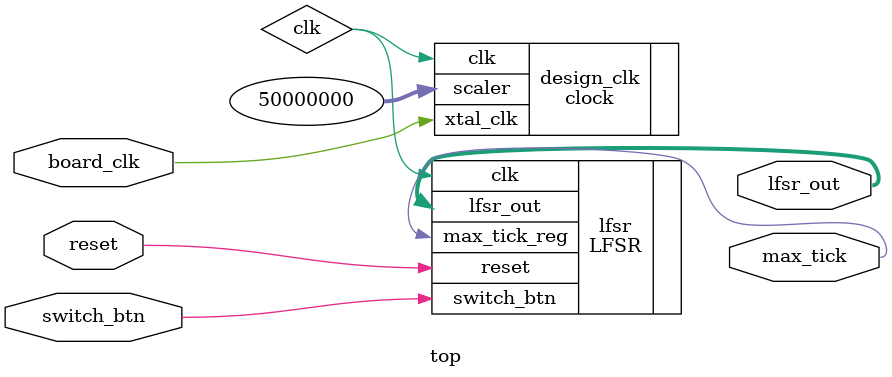
<source format=v>
`timescale 1ns / 1ps
module top(input board_clk, reset, switch_btn, output max_tick, output [9:0] lfsr_out);
    wire clk;
    //Instantiate the Clock
    clock design_clk(.xtal_clk(board_clk), .scaler(50000000), .clk(clk));
    //Instantiate the LFSR
    LFSR lfsr(.clk(clk), .reset(reset), .switch_btn(switch_btn), .lfsr_out(lfsr_out), .max_tick_reg(max_tick));
endmodule

</source>
